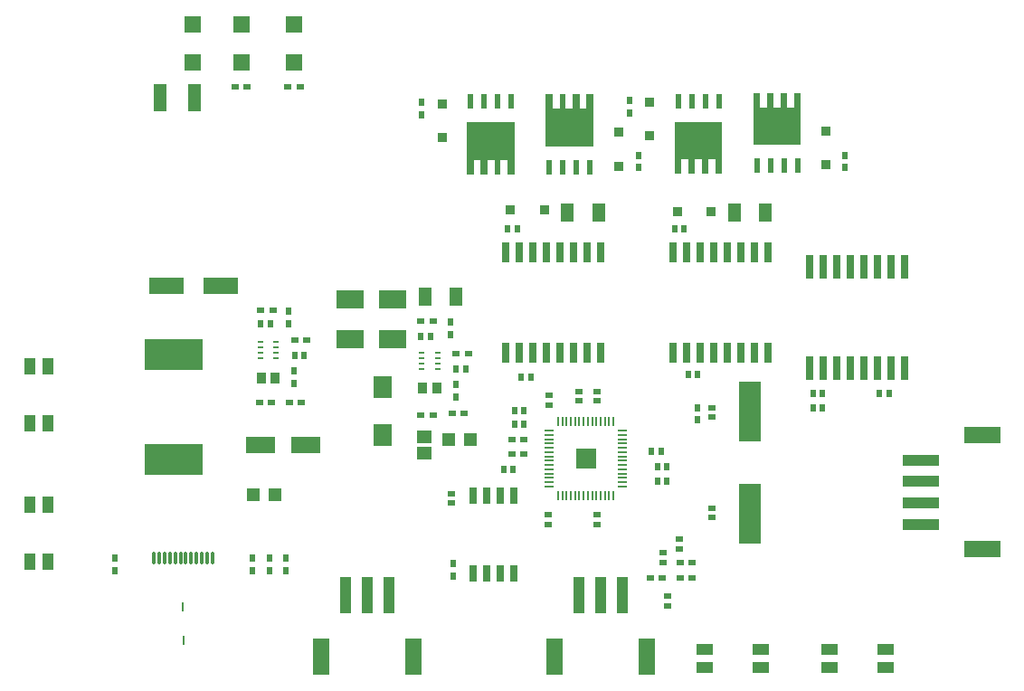
<source format=gbr>
G04*
G04 #@! TF.GenerationSoftware,Altium Limited,Altium Designer,24.2.2 (26)*
G04*
G04 Layer_Color=8421504*
%FSLAX44Y44*%
%MOMM*%
G71*
G04*
G04 #@! TF.SameCoordinates,8E206BF5-5000-4682-9AB4-4AEA4F1FC2D2*
G04*
G04*
G04 #@! TF.FilePolarity,Positive*
G04*
G01*
G75*
%ADD21R,0.6400X0.6000*%
%ADD22R,1.2700X1.2700*%
%ADD23R,2.5000X1.7000*%
%ADD24O,0.2000X1.0000*%
%ADD25O,0.3000X1.2000*%
%ADD26R,0.5000X1.4000*%
%ADD27R,0.7500X0.6000*%
%ADD28R,1.5000X3.4000*%
%ADD29R,1.0000X3.5000*%
%ADD30R,1.0000X1.5500*%
%ADD31R,3.2000X1.6000*%
%ADD32R,1.8000X2.0000*%
%ADD33R,1.4000X1.3000*%
%ADD34R,0.6000X0.7500*%
%ADD35R,0.6096X0.2794*%
%ADD36R,0.9000X1.0000*%
%ADD37R,0.6000X0.6400*%
%ADD38R,1.3000X1.8000*%
%ADD39R,5.4000X2.9000*%
%ADD40R,2.1000X5.6000*%
%ADD41R,0.6500X2.2500*%
G04:AMPARAMS|DCode=42|XSize=0.2mm|YSize=0.84mm|CornerRadius=0.025mm|HoleSize=0mm|Usage=FLASHONLY|Rotation=90.000|XOffset=0mm|YOffset=0mm|HoleType=Round|Shape=RoundedRectangle|*
%AMROUNDEDRECTD42*
21,1,0.2000,0.7900,0,0,90.0*
21,1,0.1500,0.8400,0,0,90.0*
1,1,0.0500,0.3950,0.0750*
1,1,0.0500,0.3950,-0.0750*
1,1,0.0500,-0.3950,-0.0750*
1,1,0.0500,-0.3950,0.0750*
%
%ADD42ROUNDEDRECTD42*%
G04:AMPARAMS|DCode=43|XSize=0.84mm|YSize=0.2mm|CornerRadius=0.025mm|HoleSize=0mm|Usage=FLASHONLY|Rotation=90.000|XOffset=0mm|YOffset=0mm|HoleType=Round|Shape=RoundedRectangle|*
%AMROUNDEDRECTD43*
21,1,0.8400,0.1500,0,0,90.0*
21,1,0.7900,0.2000,0,0,90.0*
1,1,0.0500,0.0750,0.3950*
1,1,0.0500,0.0750,-0.3950*
1,1,0.0500,-0.0750,-0.3950*
1,1,0.0500,-0.0750,0.3950*
%
%ADD43ROUNDEDRECTD43*%
%ADD44R,1.9600X1.9600*%
%ADD45R,1.5500X1.0000*%
%ADD46R,3.4000X1.5000*%
%ADD47R,3.5000X1.0000*%
%ADD48R,0.6500X1.9250*%
%ADD49R,0.6500X1.6500*%
%ADD50R,1.6000X1.5000*%
%ADD51R,2.8000X1.6000*%
%ADD52R,0.9500X0.9000*%
%ADD53R,0.9000X0.9500*%
%ADD54R,1.1500X2.5000*%
G36*
X972058Y787290D02*
X978662D01*
Y800781D01*
X984710Y800790D01*
X984710Y751840D01*
X940610Y751840D01*
X940610Y800791D01*
X946610Y800790D01*
Y787290D01*
X953516D01*
Y800788D01*
X959104Y800791D01*
Y787290D01*
X965962D01*
Y800796D01*
X972058Y800800D01*
Y787290D01*
D02*
G37*
G36*
X777748Y785825D02*
X784352D01*
Y799316D01*
X790400Y799325D01*
X790400Y750375D01*
X746300Y750375D01*
X746300Y799326D01*
X752300Y799325D01*
Y785825D01*
X759206D01*
Y799323D01*
X764794Y799326D01*
Y785825D01*
X771652D01*
Y799331D01*
X777748Y799334D01*
Y785825D01*
D02*
G37*
G36*
X911050Y773820D02*
X911050Y724869D01*
X905050Y724871D01*
Y738370D01*
X898144D01*
Y724872D01*
X892556Y724869D01*
Y738370D01*
X885698D01*
Y724865D01*
X879602Y724861D01*
Y738370D01*
X872998D01*
Y724879D01*
X866950Y724871D01*
X866950Y773820D01*
X911050Y773820D01*
D02*
G37*
G36*
X716740Y773530D02*
X716740Y724579D01*
X710740Y724580D01*
Y738080D01*
X703834D01*
Y724582D01*
X698246Y724579D01*
Y738080D01*
X691388D01*
Y724574D01*
X685292Y724570D01*
Y738080D01*
X678688D01*
Y724589D01*
X672640Y724580D01*
X672640Y773530D01*
X716740Y773530D01*
D02*
G37*
D21*
X657860Y425450D02*
D03*
Y416650D02*
D03*
X749300Y517480D02*
D03*
Y508680D02*
D03*
X793750Y521290D02*
D03*
Y512490D02*
D03*
X871220Y374060D02*
D03*
Y382860D02*
D03*
X859790Y329520D02*
D03*
Y320720D02*
D03*
X855980Y361360D02*
D03*
Y370160D02*
D03*
X901700Y506050D02*
D03*
Y497250D02*
D03*
Y403270D02*
D03*
Y412070D02*
D03*
X777240Y512490D02*
D03*
Y521290D02*
D03*
X748030Y405720D02*
D03*
Y396920D02*
D03*
X793750Y405720D02*
D03*
Y396920D02*
D03*
D22*
X472440Y424180D02*
D03*
X492760D02*
D03*
X655320Y476250D02*
D03*
X675640D02*
D03*
D23*
X562930Y570230D02*
D03*
X602930D02*
D03*
X562930Y607060D02*
D03*
X602930D02*
D03*
D24*
X407030Y288290D02*
D03*
X406780Y319290D02*
D03*
D25*
X434280Y365090D02*
D03*
X429280D02*
D03*
X384280D02*
D03*
X424280D02*
D03*
X419280D02*
D03*
X414280D02*
D03*
X404280D02*
D03*
X399280D02*
D03*
X394280D02*
D03*
X389280D02*
D03*
X379280D02*
D03*
X409280D02*
D03*
D26*
X943610Y732890D02*
D03*
X956310D02*
D03*
X969010D02*
D03*
X981710D02*
D03*
X908050Y792770D02*
D03*
X895350D02*
D03*
X882650D02*
D03*
X869950D02*
D03*
X749300Y731425D02*
D03*
X762000D02*
D03*
X774700D02*
D03*
X787400D02*
D03*
X713740Y792480D02*
D03*
X701040D02*
D03*
X688340D02*
D03*
X675640D02*
D03*
D27*
X714340Y462280D02*
D03*
Y476250D02*
D03*
X669960Y500380D02*
D03*
X658460D02*
D03*
X640750Y499110D02*
D03*
X629250D02*
D03*
Y586740D02*
D03*
X640750D02*
D03*
X662270Y556260D02*
D03*
X673770D02*
D03*
X517560Y510540D02*
D03*
X506060D02*
D03*
X883320Y360680D02*
D03*
X871820D02*
D03*
X504790Y806450D02*
D03*
X516290D02*
D03*
X511140Y568960D02*
D03*
X522640D02*
D03*
X455260Y806450D02*
D03*
X466760D02*
D03*
X479390Y596900D02*
D03*
X490890D02*
D03*
X725840Y462280D02*
D03*
Y476250D02*
D03*
X489620Y510540D02*
D03*
X478120D02*
D03*
X871820Y346710D02*
D03*
X883320D02*
D03*
X843880D02*
D03*
X855380D02*
D03*
D28*
X535620Y273290D02*
D03*
X622620D02*
D03*
X754060D02*
D03*
X841060D02*
D03*
D29*
X579120Y330790D02*
D03*
X599120D02*
D03*
X559120D02*
D03*
X797560D02*
D03*
X817560D02*
D03*
X777560D02*
D03*
D30*
X263200Y362370D02*
D03*
Y414870D02*
D03*
X280200Y362370D02*
D03*
Y414870D02*
D03*
X263200Y491910D02*
D03*
Y544410D02*
D03*
X280200Y491910D02*
D03*
Y544410D02*
D03*
D31*
X441560Y619760D02*
D03*
X391560D02*
D03*
D32*
X593090Y525420D02*
D03*
Y480420D02*
D03*
D33*
X632460Y463170D02*
D03*
Y479170D02*
D03*
D34*
X661670Y527720D02*
D03*
Y516220D02*
D03*
X656590Y586140D02*
D03*
Y574640D02*
D03*
X471170Y365090D02*
D03*
Y353590D02*
D03*
X487680Y353660D02*
D03*
Y365160D02*
D03*
X502920D02*
D03*
Y353660D02*
D03*
X342900Y365160D02*
D03*
Y353660D02*
D03*
X887730Y506130D02*
D03*
Y494630D02*
D03*
X659130Y360080D02*
D03*
Y348580D02*
D03*
X510540Y540420D02*
D03*
Y528920D02*
D03*
X505460Y596300D02*
D03*
Y584800D02*
D03*
X629920Y791880D02*
D03*
Y780380D02*
D03*
X833120Y730850D02*
D03*
Y742350D02*
D03*
X824230Y793345D02*
D03*
Y781845D02*
D03*
X1026160Y742350D02*
D03*
Y730850D02*
D03*
D35*
X645033Y557410D02*
D03*
Y552410D02*
D03*
Y547410D02*
D03*
Y542410D02*
D03*
X630047D02*
D03*
Y547410D02*
D03*
Y552410D02*
D03*
Y557410D02*
D03*
X493903Y567570D02*
D03*
Y562570D02*
D03*
Y557570D02*
D03*
Y552570D02*
D03*
X478917D02*
D03*
Y557570D02*
D03*
Y562570D02*
D03*
Y567570D02*
D03*
D36*
X644290Y524510D02*
D03*
X630790D02*
D03*
X493160Y533400D02*
D03*
X479660D02*
D03*
D37*
X638130Y572770D02*
D03*
X629330D02*
D03*
X662350Y542290D02*
D03*
X671150D02*
D03*
X850900Y436880D02*
D03*
X859700D02*
D03*
X520020Y554990D02*
D03*
X511220D02*
D03*
X488270Y584200D02*
D03*
X479470D02*
D03*
X1005160Y519430D02*
D03*
X996360D02*
D03*
Y505460D02*
D03*
X1005160D02*
D03*
X1058590Y519430D02*
D03*
X1067390D02*
D03*
X879520Y537210D02*
D03*
X888320D02*
D03*
X723310Y534670D02*
D03*
X732110D02*
D03*
X715600Y448310D02*
D03*
X706800D02*
D03*
X845230Y464820D02*
D03*
X854030D02*
D03*
X725760Y490220D02*
D03*
X716960D02*
D03*
X850900Y450850D02*
D03*
X859700D02*
D03*
X725760Y502920D02*
D03*
X716960D02*
D03*
X710610Y673100D02*
D03*
X719410D02*
D03*
X866820Y673735D02*
D03*
X875620D02*
D03*
D38*
X662200Y609600D02*
D03*
X633200D02*
D03*
X922760Y688340D02*
D03*
X951760D02*
D03*
X766550D02*
D03*
X795550D02*
D03*
D39*
X397510Y457230D02*
D03*
Y556230D02*
D03*
D40*
X937260Y502160D02*
D03*
Y407160D02*
D03*
D41*
X1082040Y543050D02*
D03*
X1069340D02*
D03*
X1056640D02*
D03*
X1043940D02*
D03*
X1031240D02*
D03*
X1018540D02*
D03*
X1005840D02*
D03*
X993140D02*
D03*
Y638050D02*
D03*
X1005840D02*
D03*
X1018540D02*
D03*
X1031240D02*
D03*
X1043940D02*
D03*
X1056640D02*
D03*
X1069340D02*
D03*
X1082040D02*
D03*
D42*
X817940Y432470D02*
D03*
Y436470D02*
D03*
Y440470D02*
D03*
Y444470D02*
D03*
Y448470D02*
D03*
Y452470D02*
D03*
Y456470D02*
D03*
Y460470D02*
D03*
Y464470D02*
D03*
Y468470D02*
D03*
Y472470D02*
D03*
Y476470D02*
D03*
Y480470D02*
D03*
Y484470D02*
D03*
X749240D02*
D03*
Y480470D02*
D03*
Y476470D02*
D03*
Y472470D02*
D03*
Y468470D02*
D03*
Y464470D02*
D03*
Y460470D02*
D03*
Y456470D02*
D03*
Y452470D02*
D03*
Y448470D02*
D03*
Y444470D02*
D03*
Y440470D02*
D03*
Y436470D02*
D03*
Y432470D02*
D03*
D43*
X757590Y424120D02*
D03*
X761590D02*
D03*
X765590D02*
D03*
X769590D02*
D03*
X773590D02*
D03*
X777590D02*
D03*
X781590D02*
D03*
X785590D02*
D03*
X789590D02*
D03*
X793590D02*
D03*
X797590D02*
D03*
X801590D02*
D03*
X805590D02*
D03*
X809590D02*
D03*
Y492820D02*
D03*
X805590D02*
D03*
X801590D02*
D03*
X797590D02*
D03*
X793590D02*
D03*
X789590D02*
D03*
X785590D02*
D03*
X781590D02*
D03*
X777590D02*
D03*
X773590D02*
D03*
X769590D02*
D03*
X765590D02*
D03*
X761590D02*
D03*
X757590D02*
D03*
D44*
X783590Y458470D02*
D03*
D45*
X1063840Y263200D02*
D03*
X1011340D02*
D03*
X1063840Y280200D02*
D03*
X1011340D02*
D03*
X947000Y263200D02*
D03*
X894500D02*
D03*
X947000Y280200D02*
D03*
X894500D02*
D03*
D46*
X1154430Y373380D02*
D03*
Y480380D02*
D03*
D47*
X1096930Y436880D02*
D03*
Y456880D02*
D03*
Y416880D02*
D03*
Y396880D02*
D03*
D48*
X953770Y651640D02*
D03*
X941070D02*
D03*
X928370D02*
D03*
X915670D02*
D03*
X902970D02*
D03*
X890270D02*
D03*
X877570D02*
D03*
X864870D02*
D03*
Y557400D02*
D03*
X877570D02*
D03*
X890270D02*
D03*
X902970D02*
D03*
X915670D02*
D03*
X928370D02*
D03*
X941070D02*
D03*
X953770D02*
D03*
X797560Y651640D02*
D03*
X784860D02*
D03*
X772160D02*
D03*
X759460D02*
D03*
X746760D02*
D03*
X734060D02*
D03*
X721360D02*
D03*
X708660D02*
D03*
Y557400D02*
D03*
X721360D02*
D03*
X734060D02*
D03*
X746760D02*
D03*
X759460D02*
D03*
X772160D02*
D03*
X784860D02*
D03*
X797560D02*
D03*
D49*
X678180Y351350D02*
D03*
X690880D02*
D03*
X703580D02*
D03*
X716280D02*
D03*
Y423350D02*
D03*
X703580D02*
D03*
X690880D02*
D03*
X678180D02*
D03*
D50*
X510540Y829090D02*
D03*
Y865090D02*
D03*
X461645D02*
D03*
Y829090D02*
D03*
X415290Y865090D02*
D03*
Y829090D02*
D03*
D51*
X521880Y471170D02*
D03*
X478880D02*
D03*
D52*
X648970Y790450D02*
D03*
Y758950D02*
D03*
X814070Y732280D02*
D03*
Y763780D02*
D03*
X843280Y791915D02*
D03*
Y760415D02*
D03*
X1008380Y765050D02*
D03*
Y733550D02*
D03*
D53*
X744730Y690880D02*
D03*
X713230D02*
D03*
X900940Y689610D02*
D03*
X869440D02*
D03*
D54*
X417070Y796290D02*
D03*
X385570D02*
D03*
M02*

</source>
